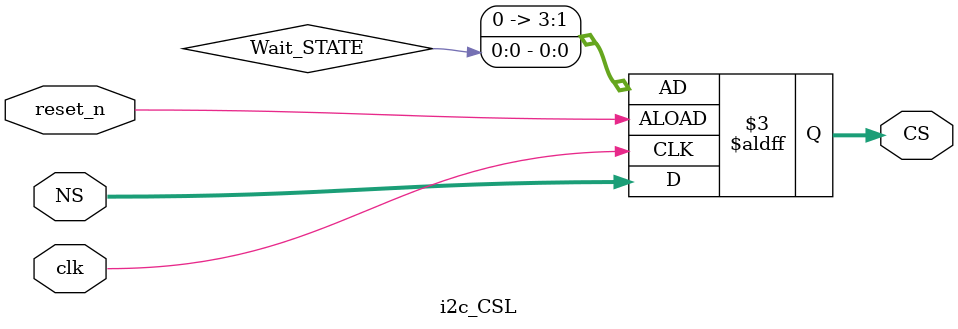
<source format=v>
module  i2c_CSL(
  input wire clk,
  input wire reset_n,
  output reg [3:0] CS,
  input wire [3:0] NS
  );
`include "i2c_states.vh"

always @ (posedge clk, negedge reset_n)
  if(reset_n == 0)
    CS <= Wait_STATE;
  else
    CS <= NS;

endmodule // i2c_CSL

</source>
